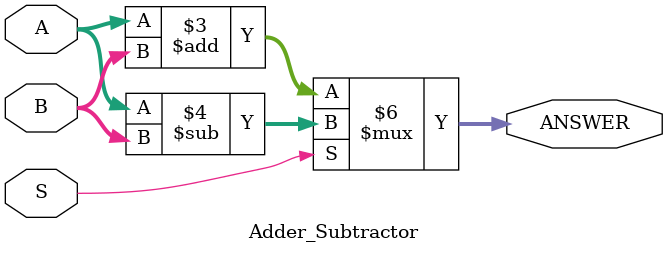
<source format=v>
module Adder_Subtractor(
    input [5:0] A,
    input [5:0] B,
    input S,
    output reg [5:0] ANSWER
);

always @(*) begin
    if (S == 0) begin
        // Perform addition
        ANSWER = A + B;
    end else begin
        // Perform subtraction
        ANSWER = A - B;
    end
end

endmodule

</source>
